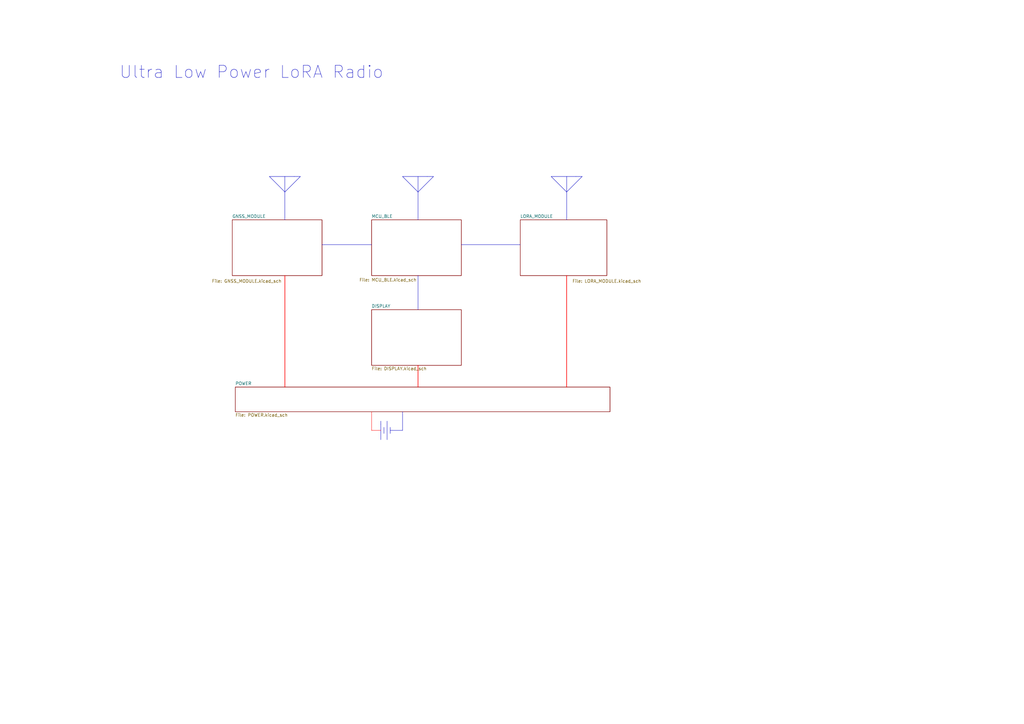
<source format=kicad_sch>
(kicad_sch
	(version 20231120)
	(generator "eeschema")
	(generator_version "8.0")
	(uuid "fff85bc4-e8ec-4b5d-b2e2-83ecb397a864")
	(paper "A3")
	(title_block
		(title "LoRa Meshtastic Radio")
		(date "2024-02-26")
		(rev "Proto")
	)
	(lib_symbols)
	(polyline
		(pts
			(xy 232.41 72.39) (xy 232.41 78.74)
		)
		(stroke
			(width 0)
			(type default)
		)
		(uuid "014174e1-9190-4ba3-a3bb-614078940417")
	)
	(polyline
		(pts
			(xy 110.49 72.39) (xy 120.65 72.39)
		)
		(stroke
			(width 0)
			(type default)
		)
		(uuid "03043016-c12c-4d17-a0fd-85698a874b7c")
	)
	(polyline
		(pts
			(xy 158.75 180.34) (xy 158.75 172.72)
		)
		(stroke
			(width 0)
			(type default)
		)
		(uuid "0e08e993-0c3e-4395-9000-cd4ee236991d")
	)
	(polyline
		(pts
			(xy 116.84 72.39) (xy 116.84 78.74)
		)
		(stroke
			(width 0)
			(type default)
		)
		(uuid "1d9368dc-8cff-42aa-944d-1d1714ea0a72")
	)
	(polyline
		(pts
			(xy 152.4 168.91) (xy 152.4 176.53)
		)
		(stroke
			(width 0)
			(type default)
			(color 255 0 0 1)
		)
		(uuid "23f46450-9887-4bca-89b7-e1d4a926418e")
	)
	(polyline
		(pts
			(xy 160.02 177.8) (xy 160.02 175.26)
		)
		(stroke
			(width 0)
			(type default)
		)
		(uuid "425e1d14-84a8-4fb6-bc9a-9434b520c259")
	)
	(polyline
		(pts
			(xy 189.23 100.33) (xy 213.36 100.33)
		)
		(stroke
			(width 0)
			(type default)
		)
		(uuid "52dbe141-2e2a-471c-8fdc-cd40c295bb2f")
	)
	(polyline
		(pts
			(xy 120.65 72.39) (xy 123.19 72.39)
		)
		(stroke
			(width 0)
			(type default)
		)
		(uuid "6a922154-f3c1-4c2a-80fb-4e443f878b86")
	)
	(polyline
		(pts
			(xy 110.49 72.39) (xy 116.84 78.74)
		)
		(stroke
			(width 0)
			(type default)
		)
		(uuid "6b2d5aca-e517-45bd-91df-798f95221233")
	)
	(polyline
		(pts
			(xy 232.41 78.74) (xy 232.41 90.17)
		)
		(stroke
			(width 0)
			(type default)
		)
		(uuid "6c225f9e-6a9e-4f70-8b45-07796b82a0f0")
	)
	(polyline
		(pts
			(xy 171.45 78.74) (xy 171.45 90.17)
		)
		(stroke
			(width 0)
			(type default)
		)
		(uuid "6d254d96-70ba-4ec1-a543-76166b813f29")
	)
	(polyline
		(pts
			(xy 156.21 180.34) (xy 156.21 173.99)
		)
		(stroke
			(width 0)
			(type default)
		)
		(uuid "6f660709-68d1-493c-98e9-f583c69b2e78")
	)
	(polyline
		(pts
			(xy 171.45 149.86) (xy 171.45 158.75)
		)
		(stroke
			(width 0.254)
			(type default)
			(color 255 0 0 1)
		)
		(uuid "775181f5-dbb9-4923-a551-93cf344ddbfa")
	)
	(polyline
		(pts
			(xy 156.21 173.99) (xy 156.21 172.72)
		)
		(stroke
			(width 0)
			(type default)
		)
		(uuid "78a9c798-2146-42b2-af1d-4302ee1d3d68")
	)
	(polyline
		(pts
			(xy 157.48 177.8) (xy 157.48 175.26)
		)
		(stroke
			(width 0)
			(type default)
		)
		(uuid "803dc3d3-5f2c-480a-a4ed-7c5074e30e39")
	)
	(polyline
		(pts
			(xy 116.84 78.74) (xy 123.19 72.39)
		)
		(stroke
			(width 0)
			(type default)
		)
		(uuid "8143d801-359c-4364-9c57-6b2b3c33b103")
	)
	(polyline
		(pts
			(xy 116.84 78.74) (xy 116.84 90.17)
		)
		(stroke
			(width 0)
			(type default)
		)
		(uuid "8336c5f7-2ee1-48cb-bd31-9ad99bc5626c")
	)
	(polyline
		(pts
			(xy 132.08 100.33) (xy 152.4 100.33)
		)
		(stroke
			(width 0)
			(type default)
		)
		(uuid "85066136-9496-43a1-b1bb-0038225665f8")
	)
	(polyline
		(pts
			(xy 171.45 113.03) (xy 171.45 127)
		)
		(stroke
			(width 0)
			(type default)
		)
		(uuid "8e85b539-a997-498d-85e0-538055531962")
	)
	(polyline
		(pts
			(xy 171.45 78.74) (xy 177.8 72.39)
		)
		(stroke
			(width 0)
			(type default)
		)
		(uuid "994086aa-b8df-4e26-809a-3db23ba91da9")
	)
	(polyline
		(pts
			(xy 152.4 176.53) (xy 156.21 176.53)
		)
		(stroke
			(width 0)
			(type default)
			(color 255 0 0 1)
		)
		(uuid "9f2ee044-0f25-403a-bae7-9fcdccef8648")
	)
	(polyline
		(pts
			(xy 116.84 113.03) (xy 116.84 158.75)
		)
		(stroke
			(width 0.254)
			(type default)
			(color 255 0 0 1)
		)
		(uuid "a54000a0-819a-4820-97e8-0fce1d7b05d1")
	)
	(polyline
		(pts
			(xy 165.1 72.39) (xy 175.26 72.39)
		)
		(stroke
			(width 0)
			(type default)
		)
		(uuid "acfce428-85b3-4798-b4c2-b84a1560b09f")
	)
	(polyline
		(pts
			(xy 236.22 72.39) (xy 238.76 72.39)
		)
		(stroke
			(width 0)
			(type default)
		)
		(uuid "b958878f-e9e9-4272-b34e-fdacac75994d")
	)
	(polyline
		(pts
			(xy 171.45 72.39) (xy 171.45 78.74)
		)
		(stroke
			(width 0)
			(type default)
		)
		(uuid "be9467a7-7a3a-47a8-9e28-a993f070b164")
	)
	(polyline
		(pts
			(xy 232.41 78.74) (xy 238.76 72.39)
		)
		(stroke
			(width 0)
			(type default)
		)
		(uuid "c084261e-f1be-43dd-81d8-4982648deb2e")
	)
	(polyline
		(pts
			(xy 160.02 176.53) (xy 165.1 176.53)
		)
		(stroke
			(width 0)
			(type default)
		)
		(uuid "ce26c7a3-49b9-4cad-9883-a93ac0dc4ea7")
	)
	(polyline
		(pts
			(xy 165.1 72.39) (xy 171.45 78.74)
		)
		(stroke
			(width 0)
			(type default)
		)
		(uuid "d67a0e5c-1d00-4561-8edd-ce8653d99918")
	)
	(polyline
		(pts
			(xy 226.06 72.39) (xy 232.41 78.74)
		)
		(stroke
			(width 0)
			(type default)
		)
		(uuid "e61cb73d-70d8-4d97-8bf6-ed97f41dd817")
	)
	(polyline
		(pts
			(xy 175.26 72.39) (xy 177.8 72.39)
		)
		(stroke
			(width 0)
			(type default)
		)
		(uuid "e6d68f68-d815-4a33-8b5b-157c571e8a2b")
	)
	(polyline
		(pts
			(xy 226.06 72.39) (xy 236.22 72.39)
		)
		(stroke
			(width 0)
			(type default)
		)
		(uuid "f4d4f7b1-cd33-45c9-bf04-a50db40e9f33")
	)
	(polyline
		(pts
			(xy 165.1 168.91) (xy 165.1 176.53)
		)
		(stroke
			(width 0)
			(type default)
		)
		(uuid "fb4266d2-028f-4c1a-883b-61e0fab60aa8")
	)
	(polyline
		(pts
			(xy 232.41 113.03) (xy 232.41 158.75)
		)
		(stroke
			(width 0.254)
			(type default)
			(color 255 0 0 1)
		)
		(uuid "ff6d5aa6-1fe0-4899-8ee9-72fb493dcbd0")
	)
	(text "Ultra Low Power LoRA Radio"
		(exclude_from_sim no)
		(at 103.124 29.718 0)
		(effects
			(font
				(size 5 5)
			)
		)
		(uuid "9dc790b9-d0f2-4142-acef-d25a6d1f7d9b")
	)
	(sheet
		(at 152.4 90.17)
		(size 36.83 22.86)
		(stroke
			(width 0.1524)
			(type solid)
		)
		(fill
			(color 0 0 0 0.0000)
		)
		(uuid "1838aebe-0d84-4135-8262-b1b58cfdb077")
		(property "Sheetname" "MCU_BLE"
			(at 152.4 89.4584 0)
			(effects
				(font
					(size 1.27 1.27)
				)
				(justify left bottom)
			)
		)
		(property "Sheetfile" "MCU_BLE.kicad_sch"
			(at 147.32 114.046 0)
			(effects
				(font
					(size 1.27 1.27)
				)
				(justify left top)
			)
		)
		(instances
			(project "lora_radio_lp"
				(path "/fff85bc4-e8ec-4b5d-b2e2-83ecb397a864"
					(page "2")
				)
			)
		)
	)
	(sheet
		(at 96.52 158.75)
		(size 153.67 10.16)
		(fields_autoplaced yes)
		(stroke
			(width 0.1524)
			(type solid)
		)
		(fill
			(color 0 0 0 0.0000)
		)
		(uuid "3576270e-fb44-43d0-92fe-e1b52947b89d")
		(property "Sheetname" "POWER"
			(at 96.52 158.0384 0)
			(effects
				(font
					(size 1.27 1.27)
				)
				(justify left bottom)
			)
		)
		(property "Sheetfile" "POWER.kicad_sch"
			(at 96.52 169.4946 0)
			(effects
				(font
					(size 1.27 1.27)
				)
				(justify left top)
			)
		)
		(instances
			(project "lora_radio_lp"
				(path "/fff85bc4-e8ec-4b5d-b2e2-83ecb397a864"
					(page "6")
				)
			)
		)
	)
	(sheet
		(at 95.25 90.17)
		(size 36.83 22.86)
		(stroke
			(width 0.1524)
			(type solid)
		)
		(fill
			(color 0 0 0 0.0000)
		)
		(uuid "43b1fc22-b706-4706-a6f5-d4b7f0f9014a")
		(property "Sheetname" "GNSS_MODULE"
			(at 95.25 89.4584 0)
			(effects
				(font
					(size 1.27 1.27)
				)
				(justify left bottom)
			)
		)
		(property "Sheetfile" "GNSS_MODULE.kicad_sch"
			(at 86.868 114.554 0)
			(effects
				(font
					(size 1.27 1.27)
				)
				(justify left top)
			)
		)
		(instances
			(project "lora_radio_lp"
				(path "/fff85bc4-e8ec-4b5d-b2e2-83ecb397a864"
					(page "4")
				)
			)
		)
	)
	(sheet
		(at 213.36 90.17)
		(size 35.56 22.86)
		(stroke
			(width 0.1524)
			(type solid)
		)
		(fill
			(color 0 0 0 0.0000)
		)
		(uuid "58c3d426-d3ca-4263-a439-0e9101a026f3")
		(property "Sheetname" "LORA_MODULE"
			(at 213.36 89.4584 0)
			(effects
				(font
					(size 1.27 1.27)
				)
				(justify left bottom)
			)
		)
		(property "Sheetfile" "LORA_MODULE.kicad_sch"
			(at 234.696 114.554 0)
			(effects
				(font
					(size 1.27 1.27)
				)
				(justify left top)
			)
		)
		(instances
			(project "lora_radio_lp"
				(path "/fff85bc4-e8ec-4b5d-b2e2-83ecb397a864"
					(page "3")
				)
			)
		)
	)
	(sheet
		(at 152.4 127)
		(size 36.83 22.86)
		(fields_autoplaced yes)
		(stroke
			(width 0.1524)
			(type solid)
		)
		(fill
			(color 0 0 0 0.0000)
		)
		(uuid "ff8a0b6a-79a8-4d32-a0ba-a0b5d7bd7ce3")
		(property "Sheetname" "DISPLAY"
			(at 152.4 126.2884 0)
			(effects
				(font
					(size 1.27 1.27)
				)
				(justify left bottom)
			)
		)
		(property "Sheetfile" "DISPLAY.kicad_sch"
			(at 152.4 150.4446 0)
			(effects
				(font
					(size 1.27 1.27)
				)
				(justify left top)
			)
		)
		(instances
			(project "lora_radio_lp"
				(path "/fff85bc4-e8ec-4b5d-b2e2-83ecb397a864"
					(page "5")
				)
			)
		)
	)
	(sheet_instances
		(path "/"
			(page "1")
		)
	)
)

</source>
